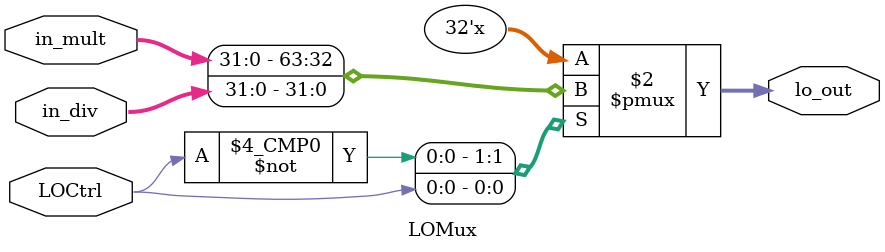
<source format=v>
module LOMux (LOCtrl, in_mult, in_div, lo_out);

input LOCtrl;
input [31:0] in_mult;
input [31:0] in_div;
output reg [31:0] lo_out;

always @(LOCtrl) begin
	
	case (LOCtrl)
		0: lo_out <= in_mult;
		1: lo_out <= in_div;
	endcase
end
endmodule
</source>
